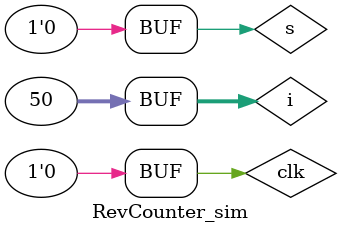
<source format=v>
`timescale 1ns / 1ps


module RevCounter_sim;

	// Inputs
	reg clk;
	reg s;

	// Outputs
	wire [15:0] cnt;
	wire Rc;

	// Instantiate the Unit Under Test (UUT)
	RevCounter uut (
		.clk(clk), 
		.s(s), 
		.cnt(cnt), 
		.Rc(Rc)
	);

	integer i = 0;
	initial begin
		// Initialize Inputs
		s = 1;
		clk = 0;
		for( i=1; i<50; i=i+1)begin
			clk = ~clk;#5;
		end
		
		s = 0;
		for( i=1; i<50; i=i+1)begin
			clk = ~clk;#5;
		end
		
	end
      
endmodule


</source>
